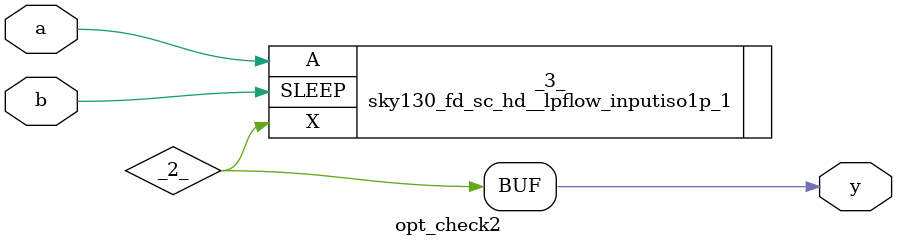
<source format=v>
/* Generated by Yosys 0.57+148 (git sha1 259bd6fb3, g++ 13.3.0-6ubuntu2~24.04 -fPIC -O3) */

(* top =  1  *)
(* src = "/home/ank/Desktop/SoC_Shwetank/verilog_files/opt_check2.v:1.1-3.10" *)
module opt_check2(a, b, y);
  (* src = "/home/ank/Desktop/SoC_Shwetank/verilog_files/opt_check2.v:1.26-1.27" *)
  input a;
  wire a;
  (* src = "/home/ank/Desktop/SoC_Shwetank/verilog_files/opt_check2.v:1.36-1.37" *)
  input b;
  wire b;
  (* src = "/home/ank/Desktop/SoC_Shwetank/verilog_files/opt_check2.v:1.47-1.48" *)
  output y;
  wire y;
  (* src = "/home/ank/Desktop/SoC_Shwetank/verilog_files/opt_check2.v:1.26-1.27" *)
  wire _0_;
  (* src = "/home/ank/Desktop/SoC_Shwetank/verilog_files/opt_check2.v:1.36-1.37" *)
  wire _1_;
  (* src = "/home/ank/Desktop/SoC_Shwetank/verilog_files/opt_check2.v:1.47-1.48" *)
  wire _2_;
  sky130_fd_sc_hd__lpflow_inputiso1p_1 _3_ (
    .A(_0_),
    .SLEEP(_1_),
    .X(_2_)
  );
  assign _0_ = a;
  assign _1_ = b;
  assign y = _2_;
endmodule

</source>
